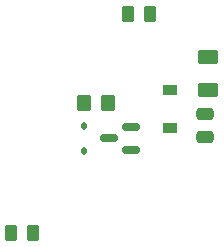
<source format=gbp>
%TF.GenerationSoftware,KiCad,Pcbnew,8.0.5*%
%TF.CreationDate,2024-11-19T02:46:13-06:00*%
%TF.ProjectId,Controls-MotorControllerBreakout,436f6e74-726f-46c7-932d-4d6f746f7243,rev?*%
%TF.SameCoordinates,Original*%
%TF.FileFunction,Paste,Bot*%
%TF.FilePolarity,Positive*%
%FSLAX46Y46*%
G04 Gerber Fmt 4.6, Leading zero omitted, Abs format (unit mm)*
G04 Created by KiCad (PCBNEW 8.0.5) date 2024-11-19 02:46:13*
%MOMM*%
%LPD*%
G01*
G04 APERTURE LIST*
G04 Aperture macros list*
%AMRoundRect*
0 Rectangle with rounded corners*
0 $1 Rounding radius*
0 $2 $3 $4 $5 $6 $7 $8 $9 X,Y pos of 4 corners*
0 Add a 4 corners polygon primitive as box body*
4,1,4,$2,$3,$4,$5,$6,$7,$8,$9,$2,$3,0*
0 Add four circle primitives for the rounded corners*
1,1,$1+$1,$2,$3*
1,1,$1+$1,$4,$5*
1,1,$1+$1,$6,$7*
1,1,$1+$1,$8,$9*
0 Add four rect primitives between the rounded corners*
20,1,$1+$1,$2,$3,$4,$5,0*
20,1,$1+$1,$4,$5,$6,$7,0*
20,1,$1+$1,$6,$7,$8,$9,0*
20,1,$1+$1,$8,$9,$2,$3,0*%
G04 Aperture macros list end*
%ADD10R,1.220000X0.910000*%
%ADD11RoundRect,0.250000X-0.350000X-0.450000X0.350000X-0.450000X0.350000X0.450000X-0.350000X0.450000X0*%
%ADD12RoundRect,0.150000X0.587500X0.150000X-0.587500X0.150000X-0.587500X-0.150000X0.587500X-0.150000X0*%
%ADD13RoundRect,0.112500X-0.112500X0.187500X-0.112500X-0.187500X0.112500X-0.187500X0.112500X0.187500X0*%
%ADD14RoundRect,0.250000X0.475000X-0.250000X0.475000X0.250000X-0.475000X0.250000X-0.475000X-0.250000X0*%
%ADD15RoundRect,0.250000X0.262500X0.450000X-0.262500X0.450000X-0.262500X-0.450000X0.262500X-0.450000X0*%
%ADD16RoundRect,0.250000X0.625000X-0.375000X0.625000X0.375000X-0.625000X0.375000X-0.625000X-0.375000X0*%
%ADD17RoundRect,0.250000X-0.262500X-0.450000X0.262500X-0.450000X0.262500X0.450000X-0.262500X0.450000X0*%
G04 APERTURE END LIST*
D10*
%TO.C,Z1*%
X145250000Y-55885000D03*
X145250000Y-52615000D03*
%TD*%
D11*
%TO.C,R3*%
X138000000Y-53750000D03*
X140000000Y-53750000D03*
%TD*%
D12*
%TO.C,Q1*%
X141937500Y-55800000D03*
X141937500Y-57700000D03*
X140062500Y-56750000D03*
%TD*%
D13*
%TO.C,D2*%
X138000000Y-57800000D03*
X138000000Y-55700000D03*
%TD*%
D14*
%TO.C,C1*%
X148250000Y-56615000D03*
X148250000Y-54715000D03*
%TD*%
D15*
%TO.C,R1*%
X143575000Y-46250000D03*
X141750000Y-46250000D03*
%TD*%
D16*
%TO.C,F1*%
X148500000Y-52650000D03*
X148500000Y-49850000D03*
%TD*%
D17*
%TO.C,R2*%
X131837500Y-64750000D03*
X133662500Y-64750000D03*
%TD*%
M02*

</source>
